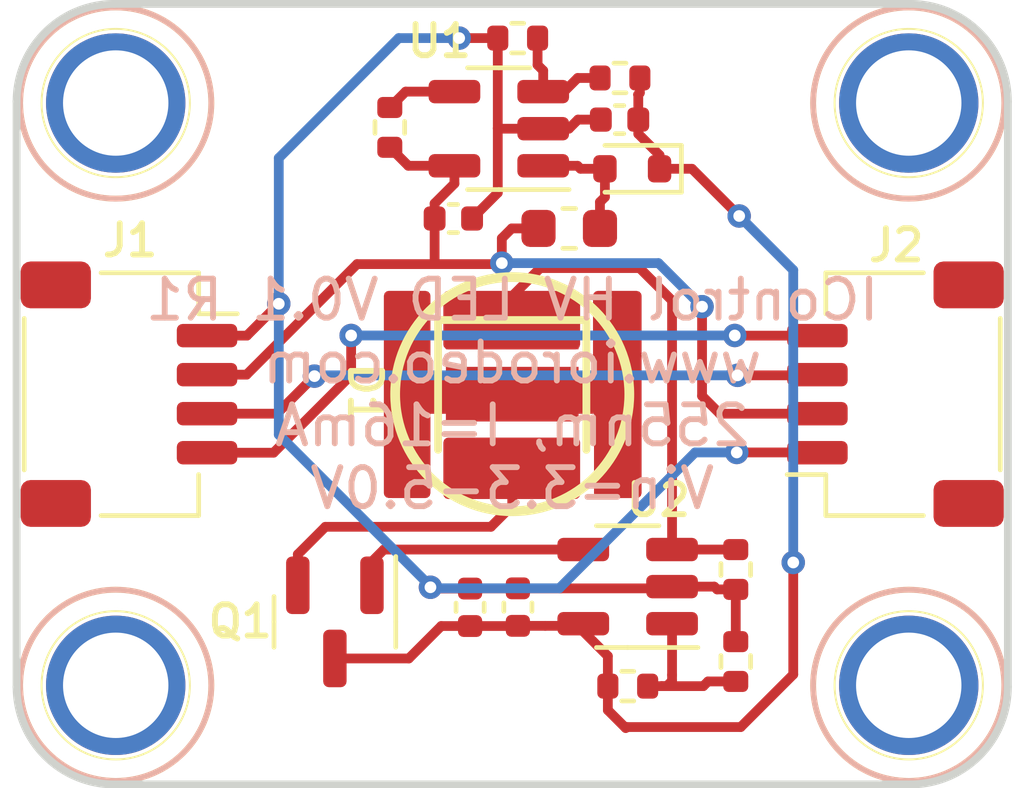
<source format=kicad_pcb>
(kicad_pcb (version 20221018) (generator pcbnew)
  (layers (0 "F.Cu" signal) (31 "B.Cu" signal) (34 "B.Paste" user) (35 "F.Paste" user) (36 "B.SilkS" user "B.Silkscreen") (37 "F.SilkS" user "F.Silkscreen") (38 "B.Mask" user) (39 "F.Mask" user) (44 "Edge.Cuts" user))
  (net 0 "")
  (net 1 "GND")
  (net 2 "/VIN")
  (net 3 "/10V")
  (net 4 "/SCL")
  (net 5 "/SDA")
  (net 6 "Net-(D2-A)")
  (net 7 "Net-(D1-K)")
  (net 8 "Net-(D1-A)")
  (net 9 "Net-(Q1-B)")
  (net 10 "/Vset")
  (net 11 "Net-(U1-~{SHDN})")
  (net 12 "Net-(U1-FB)")
  (net 13 "unconnected-(D1-PAD-Pad3)")
  (footprint "custom_mount_hole:MountingHole_2.5mm_Pad" (layer "F.Cu") (at 52.54 52.54)
    (fp_text reference "M1" hide)
    (fp_text value "MountingHole_2.5mm_Pad" hide)
    (fp_circle (center 0 0) (end 2.45 0) (stroke (width 0.15)) (fill none) (layer "B.SilkS"))
    (fp_circle (center 0 0) (end 1.9 0) (stroke (width 0.05)) (fill none) (layer "F.SilkS"))
    (fp_circle (center 0 0) (end 2.45 0) (stroke (width 0.15)) (fill none) (layer "F.SilkS"))
    (pad "~" thru_hole circle (at 0 0) (size 3.57 3.57) (drill 2.7) (layers "*.Cu" "*.Mask"))
  )
  (footprint "custom_mount_hole:MountingHole_2.5mm_Pad" (layer "F.Cu") (at 72.86 52.54)
    (fp_text reference "M2" hide)
    (fp_text value "MountingHole_2.5mm_Pad" hide)
    (fp_circle (center 0 0) (end 2.45 0) (stroke (width 0.15)) (fill none) (layer "B.SilkS"))
    (fp_circle (center 0 0) (end 1.9 0) (stroke (width 0.05)) (fill none) (layer "F.SilkS"))
    (fp_circle (center 0 0) (end 2.45 0) (stroke (width 0.15)) (fill none) (layer "F.SilkS"))
    (pad "~" thru_hole circle (at 0 0) (size 3.57 3.57) (drill 2.7) (layers "*.Cu" "*.Mask"))
  )
  (footprint "custom_mount_hole:MountingHole_2.5mm_Pad" (layer "F.Cu") (at 72.86 67.46)
    (fp_text reference "M3" hide)
    (fp_text value "MountingHole_2.5mm_Pad" hide)
    (fp_circle (center 0 0) (end 2.45 0) (stroke (width 0.15)) (fill none) (layer "B.SilkS"))
    (fp_circle (center 0 0) (end 1.9 0) (stroke (width 0.05)) (fill none) (layer "F.SilkS"))
    (fp_circle (center 0 0) (end 2.45 0) (stroke (width 0.15)) (fill none) (layer "F.SilkS"))
    (pad "~" thru_hole circle (at 0 0) (size 3.57 3.57) (drill 2.7) (layers "*.Cu" "*.Mask"))
  )
  (footprint "custom_mount_hole:MountingHole_2.5mm_Pad" (layer "F.Cu") (at 52.54 67.46)
    (fp_text reference "M4" hide)
    (fp_text value "MountingHole_2.5mm_Pad" hide)
    (fp_circle (center 0 0) (end 2.45 0) (stroke (width 0.15)) (fill none) (layer "B.SilkS"))
    (fp_circle (center 0 0) (end 1.9 0) (stroke (width 0.05)) (fill none) (layer "F.SilkS"))
    (fp_circle (center 0 0) (end 2.45 0) (stroke (width 0.15)) (fill none) (layer "F.SilkS"))
    (pad "~" thru_hole circle (at 0 0) (size 3.57 3.57) (drill 2.7) (layers "*.Cu" "*.Mask"))
  )
  (footprint "LED_1414:LED_1414" (layer "F.Cu") (at 62.7 60 -90)
    (fp_text reference "D1" (at -0.0052 3.772 -90 unlocked) (layer "F.SilkS") (effects (font (size 0.8 0.8) (thickness 0.15) bold)))
    (fp_text value "LED_Pad" hide)
    (fp_line (start -1.9 -1.9) (end -1.9 1.9) (stroke (width 0.2)) (layer "F.SilkS"))
    (fp_line (start -1.9 -1.9) (end 1.425 -1.9) (stroke (width 0.2)) (layer "F.SilkS"))
    (fp_line (start -1.9 1.9) (end 1.425 1.9) (stroke (width 0.2)) (layer "F.SilkS"))
    (pad "1" smd rect (at -1.425 0 270) (size 0.55 3.4) (layers "F.Cu" "F.Paste" "F.Mask") (net 7 "Net-(D1-K)"))
    (pad "2" smd rect (at 1.425 0 270) (size 0.55 3.4) (layers "F.Cu" "F.Paste" "F.Mask") (net 8 "Net-(D1-A)"))
    (pad "3" smd rect (at 0 0 270) (size 1.4 3.4) (layers "F.Cu" "F.Paste" "F.Mask") (net 13 "unconnected-(D1-PAD-Pad3)"))
  )
  (footprint "JST_SH_SM04B_custom:JST_SH_SM04B-SRSS-TB_1x04-1MP_P1.00mm_Horizontal" (layer "F.Cu") (at 52.88 60 -90)
    (fp_text reference "J1" (at -3.9422 -0.0298) (layer "F.SilkS") (effects (font (size 0.8 0.8))))
    (fp_text value "Conn_01x04" hide)
    (fp_line (start -3.11 -1.785) (end -2.06 -1.785) (stroke (width 0.12)) (layer "F.SilkS"))
    (fp_line (start -3.11 0.715) (end -3.11 -1.785) (stroke (width 0.12)) (layer "F.SilkS"))
    (fp_line (start -2.06 -1.785) (end -2.06 -2.775) (stroke (width 0.12)) (layer "F.SilkS"))
    (fp_line (start -1.94 2.685) (end 1.94 2.685) (stroke (width 0.12)) (layer "F.SilkS"))
    (fp_line (start 3.11 -1.785) (end 2.06 -1.785) (stroke (width 0.12)) (layer "F.SilkS"))
    (fp_line (start 3.11 0.715) (end 3.11 -1.785) (stroke (width 0.12)) (layer "F.SilkS"))
    (pad "1" smd roundrect (at -1.5 -2 270) (size 0.6 1.55) (layers "F.Cu" "F.Paste" "F.Mask") (net 1 "GND"))
    (pad "2" smd roundrect (at -0.5 -2 270) (size 0.6 1.55) (layers "F.Cu" "F.Paste" "F.Mask") (net 2 "/VIN"))
    (pad "3" smd roundrect (at 0.5 -2 270) (size 0.6 1.55) (layers "F.Cu" "F.Paste" "F.Mask") (net 5 "/SDA"))
    (pad "4" smd roundrect (at 1.5 -2 270) (size 0.6 1.55) (layers "F.Cu" "F.Paste" "F.Mask") (net 4 "/SCL"))
    (pad "MP" smd roundrect (at -2.8 1.875 270) (size 1.2 1.8) (layers "F.Cu" "F.Paste" "F.Mask") (roundrect_rratio 0.2083333333))
    (pad "MP" smd roundrect (at 2.8 1.875 270) (size 1.2 1.8) (layers "F.Cu" "F.Paste" "F.Mask") (roundrect_rratio 0.2083333333))
  )
  (footprint "JST_SH_SM04B_custom:JST_SH_SM04B-SRSS-TB_1x04-1MP_P1.00mm_Horizontal" (layer "F.Cu") (at 72.52 60 90)
    (fp_text reference "J2" (at 3.8152 0.0208 180) (layer "F.SilkS") (effects (font (size 0.8 0.8))))
    (fp_text value "Conn_01x04" hide)
    (fp_line (start -3.11 -1.785) (end -2.06 -1.785) (stroke (width 0.12)) (layer "F.SilkS"))
    (fp_line (start -3.11 0.715) (end -3.11 -1.785) (stroke (width 0.12)) (layer "F.SilkS"))
    (fp_line (start -2.06 -1.785) (end -2.06 -2.775) (stroke (width 0.12)) (layer "F.SilkS"))
    (fp_line (start -1.94 2.685) (end 1.94 2.685) (stroke (width 0.12)) (layer "F.SilkS"))
    (fp_line (start 3.11 -1.785) (end 2.06 -1.785) (stroke (width 0.12)) (layer "F.SilkS"))
    (fp_line (start 3.11 0.715) (end 3.11 -1.785) (stroke (width 0.12)) (layer "F.SilkS"))
    (pad "1" smd roundrect (at -1.5 -2 90) (size 0.6 1.55) (layers "F.Cu" "F.Paste" "F.Mask") (net 1 "GND"))
    (pad "2" smd roundrect (at -0.5 -2 90) (size 0.6 1.55) (layers "F.Cu" "F.Paste" "F.Mask") (net 2 "/VIN"))
    (pad "3" smd roundrect (at 0.5 -2 90) (size 0.6 1.55) (layers "F.Cu" "F.Paste" "F.Mask") (net 5 "/SDA"))
    (pad "4" smd roundrect (at 1.5 -2 90) (size 0.6 1.55) (layers "F.Cu" "F.Paste" "F.Mask") (net 4 "/SCL"))
    (pad "MP" smd roundrect (at -2.8 1.875 90) (size 1.2 1.8) (layers "F.Cu" "F.Paste" "F.Mask") (roundrect_rratio 0.2083333333))
    (pad "MP" smd roundrect (at 2.8 1.875 90) (size 1.2 1.8) (layers "F.Cu" "F.Paste" "F.Mask") (roundrect_rratio 0.2083333333))
  )
  (footprint "Resistor_SMD:R_0402_1005Metric" (layer "F.Cu") (at 68.4276 64.4926 -90)
    (fp_text reference "R1" hide)
    (fp_text value "10" hide)
    (fp_line (start -0.153641 -0.38) (end 0.153641 -0.38) (stroke (width 0.12)) (layer "F.SilkS"))
    (fp_line (start -0.153641 0.38) (end 0.153641 0.38) (stroke (width 0.12)) (layer "F.SilkS"))
    (pad "1" smd roundrect (at -0.51 0 270) (size 0.54 0.64) (layers "F.Cu" "F.Paste" "F.Mask") (net 7 "Net-(D1-K)"))
    (pad "2" smd roundrect (at 0.51 0 270) (size 0.54 0.64) (layers "F.Cu" "F.Paste" "F.Mask") (net 1 "GND"))
  )
  (footprint "Resistor_SMD:R_0402_1005Metric" (layer "F.Cu") (at 62.8396 50.8762 180)
    (fp_text reference "R6" hide)
    (fp_text value "2k" hide)
    (fp_line (start -0.153641 -0.38) (end 0.153641 -0.38) (stroke (width 0.12)) (layer "F.SilkS"))
    (fp_line (start -0.153641 0.38) (end 0.153641 0.38) (stroke (width 0.12)) (layer "F.SilkS"))
    (pad "1" smd roundrect (at -0.51 0 180) (size 0.54 0.64) (layers "F.Cu" "F.Paste" "F.Mask") (net 12 "Net-(U1-FB)"))
    (pad "2" smd roundrect (at 0.51 0 180) (size 0.54 0.64) (layers "F.Cu" "F.Paste" "F.Mask") (net 1 "GND"))
  )
  (footprint "Resistor_SMD:R_0402_1005Metric" (layer "F.Cu") (at 59.563 53.1642 90)
    (fp_text reference "R4" hide)
    (fp_text value "14k" hide)
    (fp_line (start -0.153641 -0.38) (end 0.153641 -0.38) (stroke (width 0.12)) (layer "F.SilkS"))
    (fp_line (start -0.153641 0.38) (end 0.153641 0.38) (stroke (width 0.12)) (layer "F.SilkS"))
    (pad "1" smd roundrect (at -0.51 0 90) (size 0.54 0.64) (layers "F.Cu" "F.Paste" "F.Mask") (net 2 "/VIN"))
    (pad "2" smd roundrect (at 0.51 0 90) (size 0.54 0.64) (layers "F.Cu" "F.Paste" "F.Mask") (net 11 "Net-(U1-~{SHDN})"))
  )
  (footprint "Package_TO_SOT_SMD:SOT-23-5" (layer "F.Cu") (at 65.6577 64.931 180)
    (fp_text reference "U2" (at -0.7887 2.2184) (layer "F.SilkS") (effects (font (size 0.8 0.8) (thickness 0.15) bold)))
    (fp_text value "AS321")
    (fp_line (start 0 -1.56) (end -1.8 -1.56) (stroke (width 0.12)) (layer "F.SilkS"))
    (fp_line (start 0 -1.56) (end 0.8 -1.56) (stroke (width 0.12)) (layer "F.SilkS"))
    (fp_line (start 0 1.56) (end -0.8 1.56) (stroke (width 0.12)) (layer "F.SilkS"))
    (fp_line (start 0 1.56) (end 0.8 1.56) (stroke (width 0.12)) (layer "F.SilkS"))
    (pad "1" smd roundrect (at -1.1375 -0.95 180) (size 1.325 0.6) (layers "F.Cu" "F.Paste" "F.Mask") (net 10 "/Vset"))
    (pad "2" smd roundrect (at -1.1375 0 180) (size 1.325 0.6) (layers "F.Cu" "F.Paste" "F.Mask") (net 1 "GND"))
    (pad "3" smd roundrect (at -1.1375 0.95 180) (size 1.325 0.6) (layers "F.Cu" "F.Paste" "F.Mask") (net 7 "Net-(D1-K)"))
    (pad "4" smd roundrect (at 1.1375 0.95 180) (size 1.325 0.6) (layers "F.Cu" "F.Paste" "F.Mask") (net 9 "Net-(Q1-B)"))
    (pad "5" smd roundrect (at 1.1375 -0.95 180) (size 1.325 0.6) (layers "F.Cu" "F.Paste" "F.Mask") (net 3 "/10V"))
  )
  (footprint "Capacitor_SMD:C_0402_1005Metric" (layer "F.Cu") (at 62.8452 65.456 90)
    (fp_text reference "C3" hide)
    (fp_text value "0.1uF" hide)
    (fp_line (start -0.107836 -0.36) (end 0.107836 -0.36) (stroke (width 0.12)) (layer "F.SilkS"))
    (fp_line (start -0.107836 0.36) (end 0.107836 0.36) (stroke (width 0.12)) (layer "F.SilkS"))
    (pad "1" smd roundrect (at -0.48 0 90) (size 0.56 0.62) (layers "F.Cu" "F.Paste" "F.Mask") (net 3 "/10V"))
    (pad "2" smd roundrect (at 0.48 0 90) (size 0.56 0.62) (layers "F.Cu" "F.Paste" "F.Mask") (net 1 "GND"))
  )
  (footprint "Resistor_SMD:R_0402_1005Metric" (layer "F.Cu") (at 68.4276 66.8508 90)
    (fp_text reference "R3" hide)
    (fp_text value "390" hide)
    (fp_line (start -0.153641 -0.38) (end 0.153641 -0.38) (stroke (width 0.12)) (layer "F.SilkS"))
    (fp_line (start -0.153641 0.38) (end 0.153641 0.38) (stroke (width 0.12)) (layer "F.SilkS"))
    (pad "1" smd roundrect (at -0.51 0 90) (size 0.54 0.64) (layers "F.Cu" "F.Paste" "F.Mask") (net 10 "/Vset"))
    (pad "2" smd roundrect (at 0.51 0 90) (size 0.54 0.64) (layers "F.Cu" "F.Paste" "F.Mask") (net 1 "GND"))
  )
  (footprint "Inductor_SMD:L_0603_1608Metric" (layer "F.Cu") (at 64.1604 55.753)
    (fp_text reference "L1" hide)
    (fp_text value "22uF" hide)
    (fp_line (start -0.162779 -0.51) (end 0.162779 -0.51) (stroke (width 0.12)) (layer "F.SilkS"))
    (fp_line (start -0.162779 0.51) (end 0.162779 0.51) (stroke (width 0.12)) (layer "F.SilkS"))
    (pad "1" smd roundrect (at -0.7875 0) (size 0.875 0.95) (layers "F.Cu" "F.Paste" "F.Mask") (net 2 "/VIN"))
    (pad "2" smd roundrect (at 0.7875 0) (size 0.875 0.95) (layers "F.Cu" "F.Paste" "F.Mask") (net 6 "Net-(D2-A)"))
  )
  (footprint "Resistor_SMD:R_0402_1005Metric" (layer "F.Cu") (at 65.6602 67.481)
    (fp_text reference "R2" hide)
    (fp_text value "24k" hide)
    (fp_line (start -0.153641 -0.38) (end 0.153641 -0.38) (stroke (width 0.12)) (layer "F.SilkS"))
    (fp_line (start -0.153641 0.38) (end 0.153641 0.38) (stroke (width 0.12)) (layer "F.SilkS"))
    (pad "1" smd roundrect (at -0.51 0) (size 0.54 0.64) (layers "F.Cu" "F.Paste" "F.Mask") (net 3 "/10V"))
    (pad "2" smd roundrect (at 0.51 0) (size 0.54 0.64) (layers "F.Cu" "F.Paste" "F.Mask") (net 10 "/Vset"))
  )
  (footprint "Capacitor_SMD:C_0402_1005Metric" (layer "F.Cu") (at 61.1912 55.499 180)
    (fp_text reference "C1" hide)
    (fp_text value "1uF" hide)
    (fp_line (start -0.107836 -0.36) (end 0.107836 -0.36) (stroke (width 0.12)) (layer "F.SilkS"))
    (fp_line (start -0.107836 0.36) (end 0.107836 0.36) (stroke (width 0.12)) (layer "F.SilkS"))
    (pad "1" smd roundrect (at -0.48 0 180) (size 0.56 0.62) (layers "F.Cu" "F.Paste" "F.Mask") (net 1 "GND"))
    (pad "2" smd roundrect (at 0.48 0 180) (size 0.56 0.62) (layers "F.Cu" "F.Paste" "F.Mask") (net 2 "/VIN"))
  )
  (footprint "Capacitor_SMD:C_0402_1005Metric" (layer "F.Cu") (at 61.6202 65.461 90)
    (fp_text reference "C4" hide)
    (fp_text value "1uF" hide)
    (fp_line (start -0.107836 -0.36) (end 0.107836 -0.36) (stroke (width 0.12)) (layer "F.SilkS"))
    (fp_line (start -0.107836 0.36) (end 0.107836 0.36) (stroke (width 0.12)) (layer "F.SilkS"))
    (pad "1" smd roundrect (at -0.48 0 90) (size 0.56 0.62) (layers "F.Cu" "F.Paste" "F.Mask") (net 3 "/10V"))
    (pad "2" smd roundrect (at 0.48 0 90) (size 0.56 0.62) (layers "F.Cu" "F.Paste" "F.Mask") (net 1 "GND"))
  )
  (footprint "Capacitor_SMD:C_0402_1005Metric" (layer "F.Cu") (at 65.45 52.9648)
    (fp_text reference "C2" hide)
    (fp_text value "1uF" hide)
    (fp_line (start -0.107836 -0.36) (end 0.107836 -0.36) (stroke (width 0.12)) (layer "F.SilkS"))
    (fp_line (start -0.107836 0.36) (end 0.107836 0.36) (stroke (width 0.12)) (layer "F.SilkS"))
    (pad "1" smd roundrect (at -0.48 0) (size 0.56 0.62) (layers "F.Cu" "F.Paste" "F.Mask") (net 1 "GND"))
    (pad "2" smd roundrect (at 0.48 0) (size 0.56 0.62) (layers "F.Cu" "F.Paste" "F.Mask") (net 3 "/10V"))
  )
  (footprint "Package_TO_SOT_SMD:SOT-23" (layer "F.Cu") (at 58.1558 65.8345 -90)
    (fp_text reference "Q1" (at -0.0125 2.425 -180) (layer "F.SilkS") (effects (font (size 0.8 0.8) (thickness 0.15) bold)))
    (fp_text value "MMBT5551L" hide)
    (fp_line (start 0 -1.56) (end -1.675 -1.56) (stroke (width 0.12)) (layer "F.SilkS"))
    (fp_line (start 0 -1.56) (end 0.65 -1.56) (stroke (width 0.12)) (layer "F.SilkS"))
    (fp_line (start 0 1.56) (end -0.65 1.56) (stroke (width 0.12)) (layer "F.SilkS"))
    (fp_line (start 0 1.56) (end 0.65 1.56) (stroke (width 0.12)) (layer "F.SilkS"))
    (pad "1" smd roundrect (at -0.9375 -0.95 270) (size 1.475 0.6) (layers "F.Cu" "F.Paste" "F.Mask") (net 9 "Net-(Q1-B)"))
    (pad "2" smd roundrect (at -0.9375 0.95 270) (size 1.475 0.6) (layers "F.Cu" "F.Paste" "F.Mask") (net 8 "Net-(D1-A)"))
    (pad "3" smd roundrect (at 0.9375 0 270) (size 1.475 0.6) (layers "F.Cu" "F.Paste" "F.Mask") (net 3 "/10V"))
  )
  (footprint "Diode_SMD:D_SOD-523" (layer "F.Cu") (at 65.775 54.225 180)
    (fp_text reference "D2" hide)
    (fp_text value "D_Schottky" hide)
    (fp_line (start -1.26 -0.6) (end -1.26 0.6) (stroke (width 0.12)) (layer "F.SilkS"))
    (fp_line (start 0.7 -0.6) (end -1.26 -0.6) (stroke (width 0.12)) (layer "F.SilkS"))
    (fp_line (start 0.7 0.6) (end -1.26 0.6) (stroke (width 0.12)) (layer "F.SilkS"))
    (pad "1" smd roundrect (at -0.7 0) (size 0.6 0.7) (layers "F.Cu" "F.Paste" "F.Mask") (net 3 "/10V"))
    (pad "2" smd roundrect (at 0.7 0) (size 0.6 0.7) (layers "F.Cu" "F.Paste" "F.Mask") (net 6 "Net-(D2-A)"))
  )
  (footprint "Resistor_SMD:R_0402_1005Metric" (layer "F.Cu") (at 65.4602 51.898 180)
    (fp_text reference "R5" hide)
    (fp_text value "14k" hide)
    (fp_line (start -0.153641 -0.38) (end 0.153641 -0.38) (stroke (width 0.12)) (layer "F.SilkS"))
    (fp_line (start -0.153641 0.38) (end 0.153641 0.38) (stroke (width 0.12)) (layer "F.SilkS"))
    (pad "1" smd roundrect (at -0.51 0 180) (size 0.54 0.64) (layers "F.Cu" "F.Paste" "F.Mask") (net 3 "/10V"))
    (pad "2" smd roundrect (at 0.51 0 180) (size 0.54 0.64) (layers "F.Cu" "F.Paste" "F.Mask") (net 12 "Net-(U1-FB)"))
  )
  (footprint "Package_TO_SOT_SMD:SOT-23-5" (layer "F.Cu") (at 62.3565 53.1978 180)
    (fp_text reference "U1" (at 1.5235 2.2454 180) (layer "F.SilkS") (effects (font (size 0.8 0.8))))
    (fp_text value "AP3012" hide)
    (fp_line (start 0 -1.56) (end -1.8 -1.56) (stroke (width 0.12)) (layer "F.SilkS"))
    (fp_line (start 0 -1.56) (end 0.8 -1.56) (stroke (width 0.12)) (layer "F.SilkS"))
    (fp_line (start 0 1.56) (end -0.8 1.56) (stroke (width 0.12)) (layer "F.SilkS"))
    (fp_line (start 0 1.56) (end 0.8 1.56) (stroke (width 0.12)) (layer "F.SilkS"))
    (pad "1" smd roundrect (at -1.1375 -0.95 180) (size 1.325 0.6) (layers "F.Cu" "F.Paste" "F.Mask") (net 6 "Net-(D2-A)"))
    (pad "2" smd roundrect (at -1.1375 0 180) (size 1.325 0.6) (layers "F.Cu" "F.Paste" "F.Mask") (net 1 "GND"))
    (pad "3" smd roundrect (at -1.1375 0.95 180) (size 1.325 0.6) (layers "F.Cu" "F.Paste" "F.Mask") (net 12 "Net-(U1-FB)"))
    (pad "4" smd roundrect (at 1.1375 0.95 180) (size 1.325 0.6) (layers "F.Cu" "F.Paste" "F.Mask") (net 11 "Net-(U1-~{SHDN})"))
    (pad "5" smd roundrect (at 1.1375 -0.95 180) (size 1.325 0.6) (layers "F.Cu" "F.Paste" "F.Mask") (net 2 "/VIN"))
  )
  (gr_circle (center 62.7 60) (end 65.7 60) (stroke (width 0.25)) (fill none) (layer "F.SilkS"))
  (gr_arc (start 72.9 50) (mid 74.667767 50.732233) (end 75.4 52.5) (stroke (width 0.2)) (layer "Edge.Cuts"))
  (gr_arc (start 52.5 70) (mid 50.732233 69.267767) (end 50 67.5) (stroke (width 0.2)) (layer "Edge.Cuts"))
  (gr_line (start 52.5 50) (end 72.9 50) (stroke (width 0.2)) (layer "Edge.Cuts"))
  (gr_arc (start 50 52.5) (mid 50.732233 50.732233) (end 52.5 50) (stroke (width 0.2)) (layer "Edge.Cuts"))
  (gr_arc (start 75.4 67.5) (mid 74.667767 69.267767) (end 72.9 70) (stroke (width 0.2)) (layer "Edge.Cuts"))
  (gr_line (start 50 52.5) (end 50 67.5) (stroke (width 0.2)) (layer "Edge.Cuts"))
  (gr_line (start 52.5 70) (end 72.9 70) (stroke (width 0.2)) (layer "Edge.Cuts"))
  (gr_line (start 75.4 52.5) (end 75.4 67.5) (stroke (width 0.2)) (layer "Edge.Cuts"))
  (gr_text "IControl HV LED V0.1 R1\nwww.iorodeo.com\n255nm, I=16mA\nVin=3.3-5.0V" (at 62.7 60) (layer "B.SilkS") (effects (font (size 1 1)) (justify mirror)))
  (segment (start 62.3296 54.8406) (end 61.6712 55.499) (width 0.25) (layer "F.Cu") (net 1))
  (segment (start 68.4276 65.0026) (end 68.4276 66.3408) (width 0.25) (layer "F.Cu") (net 1))
  (segment (start 60.6376 64.981) (end 61.6202 64.981) (width 0.25) (layer "F.Cu") (net 1))
  (segment (start 63.494 53.1978) (end 64.1522 53.1978) (width 0.25) (layer "F.Cu") (net 1))
  (segment (start 62.8452 64.976) (end 61.6252 64.976) (width 0.25) (layer "F.Cu") (net 1))
  (segment (start 68.4276 65.0026) (end 67.949 65.0026) (width 0.25) (layer "F.Cu") (net 1))
  (segment (start 70.3134 61.4934) (end 70.32 61.5) (width 0.25) (layer "F.Cu") (net 1))
  (segment (start 62.8452 64.976) (end 63.9452 64.976) (width 0.25) (layer "F.Cu") (net 1))
  (segment (start 67.949 65.0026) (end 67.8774 64.931) (width 0.25) (layer "F.Cu") (net 1))
  (segment (start 68.453 61.4934) (end 70.4134 61.4934) (width 0.25) (layer "F.Cu") (net 1))
  (segment (start 62.3296 53.1876) (end 62.3296 54.8406) (width 0.25) (layer "F.Cu") (net 1))
  (segment (start 62.3296 50.8762) (end 62.3296 53.1876) (width 0.25) (layer "F.Cu") (net 1))
  (segment (start 70.4134 61.4934) (end 70.42 61.5) (width 0.25) (layer "F.Cu") (net 1))
  (segment (start 65 52.975) (end 65.0102 52.9648) (width 0.25) (layer "F.Cu") (net 1))
  (segment (start 70.7684 61.4934) (end 70.775 61.5) (width 0.25) (layer "F.Cu") (net 1))
  (segment (start 62.3398 53.1978) (end 62.3296 53.1876) (width 0.25) (layer "F.Cu") (net 1))
  (segment (start 64.3852 52.9648) (end 64.97 52.9648) (width 0.25) (layer "F.Cu") (net 1))
  (segment (start 70.3634 61.4934) (end 70.37 61.5) (width 0.25) (layer "F.Cu") (net 1))
  (segment (start 66.7502 64.976) (end 66.7952 64.931) (width 0.25) (layer "F.Cu") (net 1))
  (segment (start 55.9016 58.5) (end 54.98 58.5) (width 0.25) (layer "F.Cu") (net 1))
  (segment (start 67.8774 64.931) (end 66.7952 64.931) (width 0.25) (layer "F.Cu") (net 1))
  (segment (start 56.7182 57.6834) (end 55.9016 58.5) (width 0.25) (layer "F.Cu") (net 1))
  (segment (start 63.9452 64.976) (end 66.7502 64.976) (width 0.25) (layer "F.Cu") (net 1))
  (segment (start 61.341 50.8762) (end 62.3296 50.8762) (width 0.25) (layer "F.Cu") (net 1))
  (segment (start 64.1522 53.1978) (end 64.3852 52.9648) (width 0.25) (layer "F.Cu") (net 1))
  (segment (start 60.6044 64.9478) (end 60.6376 64.981) (width 0.25) (layer "F.Cu") (net 1))
  (segment (start 61.6252 64.976) (end 61.6202 64.981) (width 0.25) (layer "F.Cu") (net 1))
  (segment (start 63.494 53.1978) (end 62.3398 53.1978) (width 0.25) (layer "F.Cu") (net 1))
  (via (at 60.6044 64.9478) (size 0.6) (drill 0.3) (layers "F.Cu" "B.Cu") (net 1))
  (via (at 56.7182 57.6834) (size 0.6) (drill 0.3) (layers "F.Cu" "B.Cu") (net 1))
  (via (at 61.341 50.8762) (size 0.6) (drill 0.3) (layers "F.Cu" "B.Cu") (net 1))
  (via (at 68.453 61.4934) (size 0.6) (drill 0.3) (layers "F.Cu" "B.Cu") (net 1))
  (segment (start 60.6298 64.9732) (end 63.9064 64.9732) (width 0.25) (layer "B.Cu") (net 1))
  (segment (start 56.7182 57.6834) (end 56.7182 61.0362) (width 0.25) (layer "B.Cu") (net 1))
  (segment (start 56.7182 61.0362) (end 60.6044 64.9224) (width 0.25) (layer "B.Cu") (net 1))
  (segment (start 60.6044 64.9478) (end 60.6298 64.9732) (width 0.25) (layer "B.Cu") (net 1))
  (segment (start 56.7182 53.9496) (end 59.7916 50.8762) (width 0.25) (layer "B.Cu") (net 1))
  (segment (start 60.6044 64.9224) (end 60.6044 64.9478) (width 0.25) (layer "B.Cu") (net 1))
  (segment (start 59.7916 50.8762) (end 61.341 50.8762) (width 0.25) (layer "B.Cu") (net 1))
  (segment (start 63.9064 64.9732) (end 67.3862 61.4934) (width 0.25) (layer "B.Cu") (net 1))
  (segment (start 56.7182 57.6834) (end 56.7182 53.9496) (width 0.25) (layer "B.Cu") (net 1))
  (segment (start 67.3862 61.4934) (end 68.453 61.4934) (width 0.25) (layer "B.Cu") (net 1))
  (segment (start 60.0366 54.1478) (end 59.563 53.6742) (width 0.25) (layer "F.Cu") (net 2))
  (segment (start 67.564 57.758204) (end 67.564 60.0456) (width 0.25) (layer "F.Cu") (net 2))
  (segment (start 61.219 54.605) (end 60.7112 55.1128) (width 0.25) (layer "F.Cu") (net 2))
  (segment (start 62.4078 56.6674) (end 62.4332 56.642) (width 0.25) (layer "F.Cu") (net 2))
  (segment (start 58.7248 56.6674) (end 60.706 56.6674) (width 0.25) (layer "F.Cu") (net 2))
  (segment (start 68.0184 60.5) (end 70.42 60.5) (width 0.25) (layer "F.Cu") (net 2))
  (segment (start 60.706 56.6674) (end 62.4078 56.6674) (width 0.25) (layer "F.Cu") (net 2))
  (segment (start 62.6872 55.753) (end 63.3729 55.753) (width 0.25) (layer "F.Cu") (net 2))
  (segment (start 61.219 54.1478) (end 61.219 54.605) (width 0.25) (layer "F.Cu") (net 2))
  (segment (start 61.219 54.1478) (end 60.0366 54.1478) (width 0.25) (layer "F.Cu") (net 2))
  (segment (start 60.7112 56.6622) (end 60.706 56.6674) (width 0.25) (layer "F.Cu") (net 2))
  (segment (start 67.564 60.0456) (end 68.0184 60.5) (width 0.25) (layer "F.Cu") (net 2))
  (segment (start 62.4332 56.007) (end 62.4332 56.642) (width 0.25) (layer "F.Cu") (net 2))
  (segment (start 54.88 59.5) (end 55.8922 59.5) (width 0.25) (layer "F.Cu") (net 2))
  (segment (start 62.6872 55.753) (end 62.4332 56.007) (width 0.25) (layer "F.Cu") (net 2))
  (segment (start 60.7112 55.499) (end 60.7112 56.6622) (width 0.25) (layer "F.Cu") (net 2))
  (segment (start 60.7112 55.1128) (end 60.7112 55.499) (width 0.25) (layer "F.Cu") (net 2))
  (segment (start 55.8922 59.5) (end 58.7248 56.6674) (width 0.25) (layer "F.Cu") (net 2))
  (via (at 67.564 57.758204) (size 0.6) (drill 0.3) (layers "F.Cu" "B.Cu") (net 2))
  (via (at 62.4332 56.642) (size 0.6) (drill 0.3) (layers "F.Cu" "B.Cu") (net 2))
  (segment (start 66.447796 56.642) (end 67.564 57.758204) (width 0.25) (layer "B.Cu") (net 2))
  (segment (start 62.4332 56.642) (end 66.447796 56.642) (width 0.25) (layer "B.Cu") (net 2))
  (segment (start 69.9008 67.183) (end 68.5546 68.5292) (width 0.25) (layer "F.Cu") (net 3))
  (segment (start 66.475 53.875) (end 66.475 54.225) (width 0.25) (layer "F.Cu") (net 3))
  (segment (start 64.5202 65.881) (end 64.5202 66.081) (width 0.25) (layer "F.Cu") (net 3))
  (segment (start 62.8402 65.941) (end 62.8452 65.936) (width 0.25) (layer "F.Cu") (net 3))
  (segment (start 63.5452 65.936) (end 64.4652 65.936) (width 0.25) (layer "F.Cu") (net 3))
  (segment (start 65.6082 68.5546) (end 65.1502 68.0966) (width 0.25) (layer "F.Cu") (net 3))
  (segment (start 58.1558 66.772) (end 60.0502 66.772) (width 0.25) (layer "F.Cu") (net 3))
  (segment (start 62.8452 65.936) (end 63.5452 65.936) (width 0.25) (layer "F.Cu") (net 3))
  (segment (start 60.8812 65.941) (end 61.6202 65.941) (width 0.25) (layer "F.Cu") (net 3))
  (segment (start 65.925 52.325) (end 65.93 52.33) (width 0.25) (layer "F.Cu") (net 3))
  (segment (start 65.1502 66.711) (end 65.1502 67.481) (width 0.25) (layer "F.Cu") (net 3))
  (segment (start 67.306 54.225) (end 66.475 54.225) (width 0.25) (layer "F.Cu") (net 3))
  (segment (start 65.93 52.33) (end 65.93 52.9648) (width 0.25) (layer "F.Cu") (net 3))
  (segment (start 64.5202 66.081) (end 65.1502 66.711) (width 0.25) (layer "F.Cu") (net 3))
  (segment (start 65.93 53.33) (end 66.475 53.875) (width 0.25) (layer "F.Cu") (net 3))
  (segment (start 65.1502 68.0966) (end 65.1502 67.481) (width 0.25) (layer "F.Cu") (net 3))
  (segment (start 65.9702 52.2798) (end 65.925 52.325) (width 0.25) (layer "F.Cu") (net 3))
  (segment (start 61.6202 65.941) (end 62.8402 65.941) (width 0.25) (layer "F.Cu") (net 3))
  (segment (start 65.93 52.9648) (end 65.93 53.33) (width 0.25) (layer "F.Cu") (net 3))
  (segment (start 65.9702 51.898) (end 65.9702 52.2798) (width 0.25) (layer "F.Cu") (net 3))
  (segment (start 68.5155 55.4345) (end 67.306 54.225) (width 0.25) (layer "F.Cu") (net 3))
  (segment (start 65.6336 68.5292) (end 65.6082 68.5546) (width 0.25) (layer "F.Cu") (net 3))
  (segment (start 68.5546 68.5292) (end 65.6336 68.5292) (width 0.25) (layer "F.Cu") (net 3))
  (segment (start 60.0502 66.772) (end 60.8812 65.941) (width 0.25) (layer "F.Cu") (net 3))
  (segment (start 69.9008 64.3128) (end 69.9008 67.183) (width 0.25) (layer "F.Cu") (net 3))
  (segment (start 64.4652 65.936) (end 64.5202 65.881) (width 0.25) (layer "F.Cu") (net 3))
  (via (at 69.9008 64.3128) (size 0.6) (drill 0.3) (layers "F.Cu" "B.Cu") (net 3))
  (via (at 68.5155 55.4345) (size 0.6) (drill 0.3) (layers "F.Cu" "B.Cu") (net 3))
  (segment (start 68.5155 55.4345) (end 69.9008 56.8198) (width 0.25) (layer "B.Cu") (net 3))
  (segment (start 69.9008 56.8198) (end 69.9008 64.3128) (width 0.25) (layer "B.Cu") (net 3))
  (segment (start 70.52 58.5) (end 68.406 58.5) (width 0.25) (layer "F.Cu") (net 4))
  (segment (start 56.5846 61.5) (end 54.98 61.5) (width 0.25) (layer "F.Cu") (net 4))
  (segment (start 68.406 58.5) (end 68.4022 58.4962) (width 0.25) (layer "F.Cu") (net 4))
  (segment (start 58.5724 58.4962) (end 58.5724 59.5122) (width 0.25) (layer "F.Cu") (net 4))
  (segment (start 70.36 58.49) (end 70.37 58.5) (width 0.25) (layer "F.Cu") (net 4))
  (segment (start 58.5724 59.5122) (end 56.5846 61.5) (width 0.25) (layer "F.Cu") (net 4))
  (segment (start 70.31 58.49) (end 70.32 58.5) (width 0.25) (layer "F.Cu") (net 4))
  (via (at 68.4022 58.4962) (size 0.6) (drill 0.3) (layers "F.Cu" "B.Cu") (net 4))
  (via (at 58.5724 58.4962) (size 0.6) (drill 0.3) (layers "F.Cu" "B.Cu") (net 4))
  (segment (start 58.5724 58.4962) (end 68.4022 58.4962) (width 0.25) (layer "B.Cu") (net 4))
  (segment (start 68.472931 59.517669) (end 70.402331 59.517669) (width 0.25) (layer "F.Cu") (net 5))
  (segment (start 68.472931 59.517669) (end 68.4906 59.5) (width 0.25) (layer "F.Cu") (net 5))
  (segment (start 70.402331 59.517669) (end 70.42 59.5) (width 0.25) (layer "F.Cu") (net 5))
  (segment (start 68.472931 59.517669) (end 68.455262 59.5) (width 0.25) (layer "F.Cu") (net 5))
  (segment (start 70.352331 59.517669) (end 70.37 59.5) (width 0.25) (layer "F.Cu") (net 5))
  (segment (start 57.6326 59.5376) (end 56.6702 60.5) (width 0.25) (layer "F.Cu") (net 5))
  (segment (start 56.6702 60.5) (end 54.98 60.5) (width 0.25) (layer "F.Cu") (net 5))
  (via (at 57.6326 59.5376) (size 0.6) (drill 0.3) (layers "F.Cu" "B.Cu") (net 5))
  (via (at 68.472931 59.517669) (size 0.6) (drill 0.3) (layers "F.Cu" "B.Cu") (net 5))
  (segment (start 57.652531 59.517669) (end 68.472931 59.517669) (width 0.25) (layer "B.Cu") (net 5))
  (segment (start 57.6326 59.5376) (end 57.652531 59.517669) (width 0.25) (layer "B.Cu") (net 5))
  (segment (start 64.45 54.225) (end 65.075 54.225) (width 0.25) (layer "F.Cu") (net 6))
  (segment (start 63.494 54.1478) (end 64.3728 54.1478) (width 0.25) (layer "F.Cu") (net 6))
  (segment (start 64.9479 55.753) (end 64.9479 55.0771) (width 0.25) (layer "F.Cu") (net 6))
  (segment (start 64.9479 55.0771) (end 65.075 54.95) (width 0.25) (layer "F.Cu") (net 6))
  (segment (start 65.075 54.95) (end 65.075 54.225) (width 0.25) (layer "F.Cu") (net 6))
  (segment (start 64.3728 54.1478) (end 64.45 54.225) (width 0.25) (layer "F.Cu") (net 6))
  (segment (start 62.7 57.4856) (end 63.4166 56.769) (width 0.25) (layer "F.Cu") (net 7))
  (segment (start 68.426 63.981) (end 68.4276 63.9826) (width 0.25) (layer "F.Cu") (net 7))
  (segment (start 66.7952 57.6004) (end 66.7952 63.981) (width 0.25) (layer "F.Cu") (net 7))
  (segment (start 63.4166 56.769) (end 65.9638 56.769) (width 0.25) (layer "F.Cu") (net 7))
  (segment (start 65.9638 56.769) (end 66.7952 57.6004) (width 0.25) (layer "F.Cu") (net 7))
  (segment (start 62.7 58.575) (end 62.7 57.4856) (width 0.25) (layer "F.Cu") (net 7))
  (segment (start 66.7952 63.981) (end 68.426 63.981) (width 0.25) (layer "F.Cu") (net 7))
  (segment (start 57.2058 64.897) (end 57.2058 64.1046) (width 0.25) (layer "F.Cu") (net 8))
  (segment (start 62.7 62.8522) (end 62.7 61.425) (width 0.25) (layer "F.Cu") (net 8))
  (segment (start 57.912 63.3984) (end 62.1538 63.3984) (width 0.25) (layer "F.Cu") (net 8))
  (segment (start 57.2058 64.1046) (end 57.912 63.3984) (width 0.25) (layer "F.Cu") (net 8))
  (segment (start 62.1538 63.3984) (end 62.7 62.8522) (width 0.25) (layer "F.Cu") (net 8))
  (segment (start 59.4122 63.981) (end 64.5202 63.981) (width 0.25) (layer "F.Cu") (net 9))
  (segment (start 59.1058 64.2874) (end 59.4122 63.981) (width 0.25) (layer "F.Cu") (net 9))
  (segment (start 59.1058 64.897) (end 59.1058 64.2874) (width 0.25) (layer "F.Cu") (net 9))
  (segment (start 66.7952 67.346) (end 66.6602 67.481) (width 0.25) (layer "F.Cu") (net 10))
  (segment (start 67.7164 67.3608) (end 68.4276 67.3608) (width 0.25) (layer "F.Cu") (net 10))
  (segment (start 66.7952 65.881) (end 66.7952 67.196) (width 0.25) (layer "F.Cu") (net 10))
  (segment (start 66.5226 67.481) (end 67.5962 67.481) (width 0.25) (layer "F.Cu") (net 10))
  (segment (start 66.5226 67.481) (end 66.1702 67.481) (width 0.25) (layer "F.Cu") (net 10))
  (segment (start 66.7952 67.196) (end 66.7952 67.346) (width 0.25) (layer "F.Cu") (net 10))
  (segment (start 66.6602 67.481) (end 66.5226 67.481) (width 0.25) (layer "F.Cu") (net 10))
  (segment (start 67.5962 67.481) (end 67.7164 67.3608) (width 0.25) (layer "F.Cu") (net 10))
  (segment (start 59.9694 52.2478) (end 61.219 52.2478) (width 0.25) (layer "F.Cu") (net 11))
  (segment (start 59.563 52.6542) (end 59.9694 52.2478) (width 0.25) (layer "F.Cu") (net 11))
  (segment (start 64.9796 51.8686) (end 64.9502 51.898) (width 0.25) (layer "F.Cu") (net 12))
  (segment (start 63.3496 51.564) (end 63.3496 50.8762) (width 0.25) (layer "F.Cu") (net 12))
  (segment (start 63.494 51.7084) (end 63.3496 51.564) (width 0.25) (layer "F.Cu") (net 12))
  (segment (start 64.0272 52.2478) (end 64.377 51.898) (width 0.25) (layer "F.Cu") (net 12))
  (segment (start 64.377 51.898) (end 64.9502 51.898) (width 0.25) (layer "F.Cu") (net 12))
  (segment (start 63.494 52.2478) (end 63.494 51.7084) (width 0.25) (layer "F.Cu") (net 12))
  (segment (start 63.494 52.2478) (end 64.0272 52.2478) (width 0.25) (layer "F.Cu") (net 12))
  (zone (net 8) (net_name "Net-(D1-A)") (layer "F.Cu") (priority 1) (connect_pads yes (clearance 0.3)) (min_thickness 0.25) (fill yes (thermal_gap 0.5) (thermal_bridge_width 0.5))
    (polygon (pts (xy 60.9346 62.6872) (xy 64.4398 62.6872) (xy 64.4398 61.1124) (xy 60.9346 61.1124)))
  )
  (zone (net 7) (net_name "Net-(D1-K)") (layer "F.Cu") (connect_pads yes (clearance 0.3)) (min_thickness 0.25) (fill yes (thermal_gap 0.5) (thermal_bridge_width 0.5))
    (polygon (pts (xy 60.9346 58.293) (xy 60.9346 57.3532) (xy 64.4398 57.3532) (xy 64.4398 58.8518) (xy 60.9346 58.8518)))
  )
  (zone (net 13) (net_name "unconnected-(D1-PAD-Pad3)") (layer "F.Cu") (priority 2) (connect_pads yes (clearance 0.3)) (min_thickness 0.25) (fill yes (thermal_gap 0.5) (thermal_bridge_width 0.5) (island_removal_mode 1) (island_area_min 10))
    (polygon (pts (xy 59.4106 57.3532) (xy 59.4106 62.6618) (xy 60.6044 62.6618) (xy 60.6044 60.5028) (xy 61.2648 60.5028) (xy 61.2648 59.5122) (xy 60.6044 59.5122) (xy 60.6044 57.3532)))
  )
  (zone (net 13) (net_name "unconnected-(D1-PAD-Pad3)") (layer "F.Cu") (priority 3) (connect_pads yes (clearance 0.3)) (min_thickness 0.25) (fill yes (thermal_gap 0.5) (thermal_bridge_width 0.5))
    (polygon (pts (xy 63.9826 59.5122) (xy 63.9826 60.5028) (xy 64.7954 60.5028) (xy 64.7954 62.6618) (xy 66.0146 62.6618) (xy 66.0146 57.3532) (xy 64.77 57.3532) (xy 64.77 59.5122)))
  )
)
</source>
